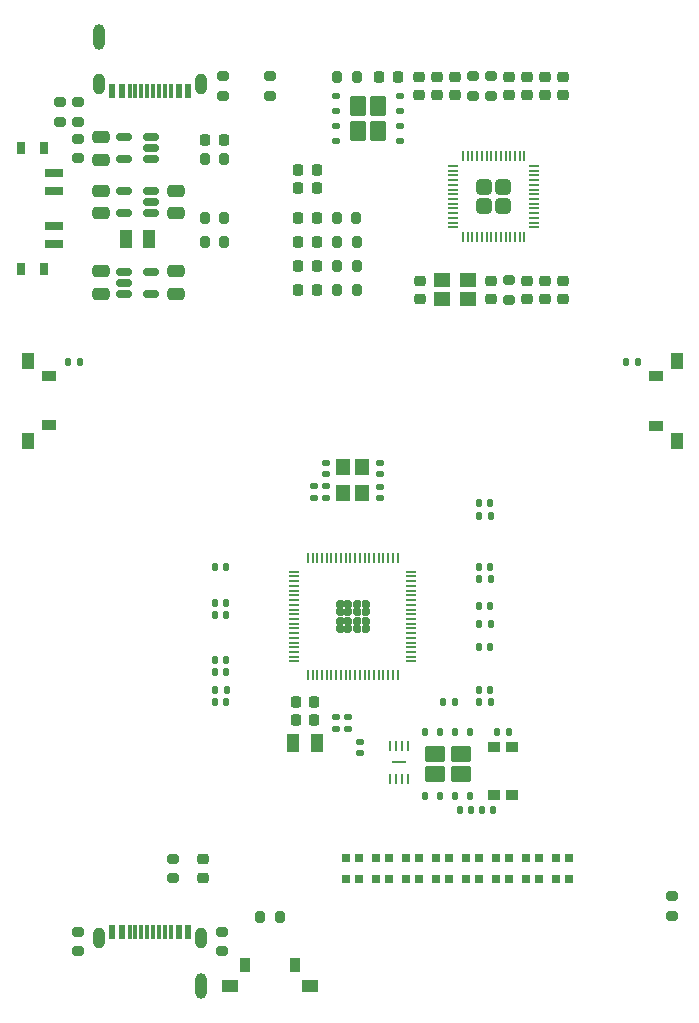
<source format=gbr>
G04 #@! TF.GenerationSoftware,KiCad,Pcbnew,8.0.8-8.0.8-0~ubuntu22.04.1*
G04 #@! TF.CreationDate,2025-02-13T21:07:11+01:00*
G04 #@! TF.ProjectId,rp2350b-launchpad-PCB,72703233-3530-4622-9d6c-61756e636870,rev?*
G04 #@! TF.SameCoordinates,Original*
G04 #@! TF.FileFunction,Paste,Top*
G04 #@! TF.FilePolarity,Positive*
%FSLAX46Y46*%
G04 Gerber Fmt 4.6, Leading zero omitted, Abs format (unit mm)*
G04 Created by KiCad (PCBNEW 8.0.8-8.0.8-0~ubuntu22.04.1) date 2025-02-13 21:07:11*
%MOMM*%
%LPD*%
G01*
G04 APERTURE LIST*
G04 Aperture macros list*
%AMRoundRect*
0 Rectangle with rounded corners*
0 $1 Rounding radius*
0 $2 $3 $4 $5 $6 $7 $8 $9 X,Y pos of 4 corners*
0 Add a 4 corners polygon primitive as box body*
4,1,4,$2,$3,$4,$5,$6,$7,$8,$9,$2,$3,0*
0 Add four circle primitives for the rounded corners*
1,1,$1+$1,$2,$3*
1,1,$1+$1,$4,$5*
1,1,$1+$1,$6,$7*
1,1,$1+$1,$8,$9*
0 Add four rect primitives between the rounded corners*
20,1,$1+$1,$2,$3,$4,$5,0*
20,1,$1+$1,$4,$5,$6,$7,0*
20,1,$1+$1,$6,$7,$8,$9,0*
20,1,$1+$1,$8,$9,$2,$3,0*%
%AMFreePoly0*
4,1,19,0.252748,0.308718,0.308718,0.252748,0.329204,0.176292,0.329204,-0.176292,0.308718,-0.252748,0.252748,-0.308718,0.176292,-0.329204,-0.176292,-0.329204,-0.252748,-0.308718,-0.308718,-0.252748,-0.329204,-0.176292,-0.329204,0.049616,-0.308718,0.126072,-0.284417,0.157741,-0.157741,0.284417,-0.089193,0.323994,-0.049616,0.329204,0.176292,0.329204,0.252748,0.308718,0.252748,0.308718,
$1*%
%AMFreePoly1*
4,1,19,0.252748,0.308718,0.308718,0.252748,0.329204,0.176292,0.329204,-0.176292,0.308718,-0.252748,0.252748,-0.308718,0.176292,-0.329204,-0.049616,-0.329204,-0.126072,-0.308718,-0.157741,-0.284417,-0.284417,-0.157741,-0.323994,-0.089193,-0.329204,-0.049616,-0.329204,0.176292,-0.308718,0.252748,-0.252748,0.308718,-0.176292,0.329204,0.176292,0.329204,0.252748,0.308718,0.252748,0.308718,
$1*%
%AMFreePoly2*
4,1,19,0.126072,0.308718,0.157741,0.284417,0.284417,0.157741,0.323994,0.089193,0.329204,0.049616,0.329204,-0.176292,0.308718,-0.252748,0.252748,-0.308718,0.176292,-0.329204,-0.176292,-0.329204,-0.252748,-0.308718,-0.308718,-0.252748,-0.329204,-0.176292,-0.329204,0.176292,-0.308718,0.252748,-0.252748,0.308718,-0.176292,0.329204,0.049616,0.329204,0.126072,0.308718,0.126072,0.308718,
$1*%
%AMFreePoly3*
4,1,19,0.252748,0.308718,0.308718,0.252748,0.329204,0.176292,0.329204,-0.049616,0.308718,-0.126072,0.284417,-0.157741,0.157741,-0.284417,0.089193,-0.323994,0.049616,-0.329204,-0.176292,-0.329204,-0.252748,-0.308718,-0.308718,-0.252748,-0.329204,-0.176292,-0.329204,0.176292,-0.308718,0.252748,-0.252748,0.308718,-0.176292,0.329204,0.176292,0.329204,0.252748,0.308718,0.252748,0.308718,
$1*%
G04 Aperture macros list end*
%ADD10RoundRect,0.140000X0.140000X0.170000X-0.140000X0.170000X-0.140000X-0.170000X0.140000X-0.170000X0*%
%ADD11RoundRect,0.250000X0.475000X-0.250000X0.475000X0.250000X-0.475000X0.250000X-0.475000X-0.250000X0*%
%ADD12RoundRect,0.225000X0.250000X-0.225000X0.250000X0.225000X-0.250000X0.225000X-0.250000X-0.225000X0*%
%ADD13RoundRect,0.225000X-0.250000X0.225000X-0.250000X-0.225000X0.250000X-0.225000X0.250000X0.225000X0*%
%ADD14RoundRect,0.225000X0.225000X0.250000X-0.225000X0.250000X-0.225000X-0.250000X0.225000X-0.250000X0*%
%ADD15RoundRect,0.218750X0.218750X0.256250X-0.218750X0.256250X-0.218750X-0.256250X0.218750X-0.256250X0*%
%ADD16RoundRect,0.218750X-0.218750X-0.256250X0.218750X-0.256250X0.218750X0.256250X-0.218750X0.256250X0*%
%ADD17R,1.000000X1.600000*%
%ADD18RoundRect,0.135000X-0.135000X-0.185000X0.135000X-0.185000X0.135000X0.185000X-0.135000X0.185000X0*%
%ADD19RoundRect,0.200000X0.200000X0.275000X-0.200000X0.275000X-0.200000X-0.275000X0.200000X-0.275000X0*%
%ADD20RoundRect,0.200000X-0.200000X-0.275000X0.200000X-0.275000X0.200000X0.275000X-0.200000X0.275000X0*%
%ADD21RoundRect,0.200000X-0.275000X0.200000X-0.275000X-0.200000X0.275000X-0.200000X0.275000X0.200000X0*%
%ADD22RoundRect,0.200000X0.275000X-0.200000X0.275000X0.200000X-0.275000X0.200000X-0.275000X-0.200000X0*%
%ADD23R,0.900000X1.300000*%
%ADD24R,1.450000X1.000000*%
%ADD25RoundRect,0.150000X0.512500X0.150000X-0.512500X0.150000X-0.512500X-0.150000X0.512500X-0.150000X0*%
%ADD26R,1.400000X1.200000*%
%ADD27RoundRect,0.250000X-0.435000X-0.615000X0.435000X-0.615000X0.435000X0.615000X-0.435000X0.615000X0*%
%ADD28RoundRect,0.125000X-0.250000X-0.125000X0.250000X-0.125000X0.250000X0.125000X-0.250000X0.125000X0*%
%ADD29RoundRect,0.249999X-0.395001X-0.395001X0.395001X-0.395001X0.395001X0.395001X-0.395001X0.395001X0*%
%ADD30RoundRect,0.050000X-0.387500X-0.050000X0.387500X-0.050000X0.387500X0.050000X-0.387500X0.050000X0*%
%ADD31RoundRect,0.050000X-0.050000X-0.387500X0.050000X-0.387500X0.050000X0.387500X-0.050000X0.387500X0*%
%ADD32RoundRect,0.225000X-0.225000X-0.250000X0.225000X-0.250000X0.225000X0.250000X-0.225000X0.250000X0*%
%ADD33RoundRect,0.150000X-0.512500X-0.150000X0.512500X-0.150000X0.512500X0.150000X-0.512500X0.150000X0*%
%ADD34R,0.700000X0.700000*%
%ADD35R,1.000000X0.900000*%
%ADD36R,1.500000X0.700000*%
%ADD37R,0.800000X1.000000*%
%ADD38RoundRect,0.140000X-0.140000X-0.170000X0.140000X-0.170000X0.140000X0.170000X-0.140000X0.170000X0*%
%ADD39RoundRect,0.040000X-0.605000X0.040000X-0.605000X-0.040000X0.605000X-0.040000X0.605000X0.040000X0*%
%ADD40RoundRect,0.062500X-0.062500X0.387500X-0.062500X-0.387500X0.062500X-0.387500X0.062500X0.387500X0*%
%ADD41RoundRect,0.135000X-0.185000X0.135000X-0.185000X-0.135000X0.185000X-0.135000X0.185000X0.135000X0*%
%ADD42RoundRect,0.140000X0.170000X-0.140000X0.170000X0.140000X-0.170000X0.140000X-0.170000X-0.140000X0*%
%ADD43RoundRect,0.140000X-0.170000X0.140000X-0.170000X-0.140000X0.170000X-0.140000X0.170000X0.140000X0*%
%ADD44R,0.600000X1.150000*%
%ADD45R,0.300000X1.150000*%
%ADD46O,1.000000X1.800000*%
%ADD47O,1.000000X2.200000*%
%ADD48R,1.300000X0.900000*%
%ADD49R,1.000000X1.450000*%
%ADD50RoundRect,0.135000X0.135000X0.185000X-0.135000X0.185000X-0.135000X-0.185000X0.135000X-0.185000X0*%
%ADD51RoundRect,0.218750X-0.256250X0.218750X-0.256250X-0.218750X0.256250X-0.218750X0.256250X0.218750X0*%
%ADD52RoundRect,0.250000X-0.615000X0.435000X-0.615000X-0.435000X0.615000X-0.435000X0.615000X0.435000X0*%
%ADD53RoundRect,0.125000X-0.125000X0.250000X-0.125000X-0.250000X0.125000X-0.250000X0.125000X0.250000X0*%
%ADD54R,1.200000X1.400000*%
%ADD55FreePoly0,180.000000*%
%ADD56FreePoly1,180.000000*%
%ADD57FreePoly2,180.000000*%
%ADD58FreePoly3,180.000000*%
%ADD59RoundRect,0.050000X0.350000X0.050000X-0.350000X0.050000X-0.350000X-0.050000X0.350000X-0.050000X0*%
%ADD60RoundRect,0.050000X0.050000X0.350000X-0.050000X0.350000X-0.050000X-0.350000X0.050000X-0.350000X0*%
G04 APERTURE END LIST*
D10*
X149729000Y-134493000D03*
X148769000Y-134493000D03*
D11*
X118364000Y-79436000D03*
X118364000Y-77536000D03*
X124714000Y-83959500D03*
X124714000Y-82059500D03*
X118364000Y-90787500D03*
X118364000Y-88887500D03*
X124714000Y-90787500D03*
X124714000Y-88887500D03*
D12*
X145415000Y-91224500D03*
X145415000Y-89674500D03*
X151384000Y-91224500D03*
X151384000Y-89674500D03*
D13*
X157480000Y-89674500D03*
X157480000Y-91224500D03*
D12*
X145288000Y-73952500D03*
X145288000Y-72402500D03*
X154432000Y-73952500D03*
X154432000Y-72402500D03*
X155956000Y-73952500D03*
X155956000Y-72402500D03*
D14*
X136639500Y-80264000D03*
X135089500Y-80264000D03*
D13*
X154432000Y-89674500D03*
X154432000Y-91224500D03*
D12*
X157480000Y-73952500D03*
X157480000Y-72402500D03*
D15*
X128778000Y-77724000D03*
X127203000Y-77724000D03*
D16*
X135077000Y-90424000D03*
X136652000Y-90424000D03*
X135077000Y-84328000D03*
X136652000Y-84328000D03*
X135077000Y-86360000D03*
X136652000Y-86360000D03*
X135077000Y-88392000D03*
X136652000Y-88392000D03*
D17*
X122480000Y-86106000D03*
X120480000Y-86106000D03*
D18*
X151916000Y-127889000D03*
X152936000Y-127889000D03*
X150366000Y-125349000D03*
X151386000Y-125349000D03*
D19*
X128815500Y-79375000D03*
X127165500Y-79375000D03*
D20*
X127165500Y-84328000D03*
X128815500Y-84328000D03*
D19*
X128815500Y-86360000D03*
X127165500Y-86360000D03*
X140042500Y-90424000D03*
X138392500Y-90424000D03*
D21*
X132715000Y-72352500D03*
X132715000Y-74002500D03*
D22*
X151384000Y-74002500D03*
X151384000Y-72352500D03*
X149860000Y-74002500D03*
X149860000Y-72352500D03*
X152908000Y-91274500D03*
X152908000Y-89624500D03*
D19*
X140042500Y-72390000D03*
X138392500Y-72390000D03*
X140042500Y-86360000D03*
X138392500Y-86360000D03*
X140042500Y-88392000D03*
X138392500Y-88392000D03*
D23*
X134822000Y-147594000D03*
X130622000Y-147594000D03*
D24*
X129347000Y-149394000D03*
X136097000Y-149394000D03*
D25*
X122633500Y-83947000D03*
X122633500Y-82997000D03*
X122633500Y-82047000D03*
X120358500Y-82047000D03*
X120358500Y-83947000D03*
D26*
X147279000Y-91248500D03*
X149479000Y-91248500D03*
X149479000Y-89648500D03*
X147279000Y-89648500D03*
D27*
X140120000Y-74871000D03*
X140120000Y-77021000D03*
X141820000Y-74871000D03*
X141820000Y-77021000D03*
D28*
X138270000Y-74041000D03*
X138270000Y-75311000D03*
X138270000Y-76581000D03*
X138270000Y-77851000D03*
X143670000Y-77851000D03*
X143670000Y-76581000D03*
X143670000Y-75311000D03*
X143670000Y-74041000D03*
D29*
X150838000Y-81750000D03*
X150838000Y-83350000D03*
X152438000Y-81750000D03*
X152438000Y-83350000D03*
D30*
X148200500Y-79950000D03*
X148200500Y-80350000D03*
X148200500Y-80750000D03*
X148200500Y-81150000D03*
X148200500Y-81550000D03*
X148200500Y-81950000D03*
X148200500Y-82350000D03*
X148200500Y-82750000D03*
X148200500Y-83150000D03*
X148200500Y-83550000D03*
X148200500Y-83950000D03*
X148200500Y-84350000D03*
X148200500Y-84750000D03*
X148200500Y-85150000D03*
D31*
X149038000Y-85987500D03*
X149438000Y-85987500D03*
X149838000Y-85987500D03*
X150238000Y-85987500D03*
X150638000Y-85987500D03*
X151038000Y-85987500D03*
X151438000Y-85987500D03*
X151838000Y-85987500D03*
X152238000Y-85987500D03*
X152638000Y-85987500D03*
X153038000Y-85987500D03*
X153438000Y-85987500D03*
X153838000Y-85987500D03*
X154238000Y-85987500D03*
D30*
X155075500Y-85150000D03*
X155075500Y-84750000D03*
X155075500Y-84350000D03*
X155075500Y-83950000D03*
X155075500Y-83550000D03*
X155075500Y-83150000D03*
X155075500Y-82750000D03*
X155075500Y-82350000D03*
X155075500Y-81950000D03*
X155075500Y-81550000D03*
X155075500Y-81150000D03*
X155075500Y-80750000D03*
X155075500Y-80350000D03*
X155075500Y-79950000D03*
D31*
X154238000Y-79112500D03*
X153838000Y-79112500D03*
X153438000Y-79112500D03*
X153038000Y-79112500D03*
X152638000Y-79112500D03*
X152238000Y-79112500D03*
X151838000Y-79112500D03*
X151438000Y-79112500D03*
X151038000Y-79112500D03*
X150638000Y-79112500D03*
X150238000Y-79112500D03*
X149838000Y-79112500D03*
X149438000Y-79112500D03*
X149038000Y-79112500D03*
D12*
X152908000Y-73952500D03*
X152908000Y-72402500D03*
X148336000Y-73952500D03*
X148336000Y-72402500D03*
X146812000Y-73952500D03*
X146812000Y-72402500D03*
D13*
X155956000Y-89674500D03*
X155956000Y-91224500D03*
D14*
X136639500Y-81788000D03*
X135089500Y-81788000D03*
D32*
X141947500Y-72390000D03*
X143497500Y-72390000D03*
D33*
X120358500Y-88900000D03*
X120358500Y-89850000D03*
X120358500Y-90800000D03*
X122633500Y-90800000D03*
X122633500Y-88900000D03*
D25*
X122633500Y-79370000D03*
X122633500Y-78420000D03*
X122633500Y-77470000D03*
X120358500Y-77470000D03*
X120358500Y-79370000D03*
D22*
X116459000Y-79311000D03*
X116459000Y-77661000D03*
D34*
X142790000Y-138526000D03*
X141690000Y-138526000D03*
X141690000Y-140356000D03*
X142790000Y-140356000D03*
X145330000Y-138526000D03*
X144230000Y-138526000D03*
X144230000Y-140356000D03*
X145330000Y-140356000D03*
X147870000Y-138526000D03*
X146770000Y-138526000D03*
X146770000Y-140356000D03*
X147870000Y-140356000D03*
X150410000Y-138526000D03*
X149310000Y-138526000D03*
X149310000Y-140356000D03*
X150410000Y-140356000D03*
X152950000Y-138526000D03*
X151850000Y-138526000D03*
X151850000Y-140356000D03*
X152950000Y-140356000D03*
X155490000Y-138526000D03*
X154390000Y-138526000D03*
X154390000Y-140356000D03*
X155490000Y-140356000D03*
X158030000Y-138526000D03*
X156930000Y-138526000D03*
X156930000Y-140356000D03*
X158030000Y-140356000D03*
X140250000Y-138526000D03*
X139150000Y-138526000D03*
X139150000Y-140356000D03*
X140250000Y-140356000D03*
D35*
X153224000Y-129141000D03*
X153224000Y-133241000D03*
X151624000Y-129141000D03*
X151624000Y-133241000D03*
D11*
X118364000Y-83959500D03*
X118364000Y-82059500D03*
D36*
X114399000Y-80566000D03*
X114399000Y-82066000D03*
X114399000Y-85066000D03*
X114399000Y-86566000D03*
D37*
X113599000Y-78416000D03*
X111649000Y-78416000D03*
X113599000Y-88716000D03*
X111649000Y-88716000D03*
D32*
X134861000Y-125349000D03*
X136411000Y-125349000D03*
D38*
X150650000Y-134493000D03*
X151610000Y-134493000D03*
X150368000Y-120650000D03*
X151328000Y-120650000D03*
D21*
X166751000Y-141796000D03*
X166751000Y-143446000D03*
X116459000Y-74549000D03*
X116459000Y-76199000D03*
X116459000Y-144780000D03*
X116459000Y-146430000D03*
D20*
X131890000Y-143510000D03*
X133540000Y-143510000D03*
D10*
X128976000Y-113919000D03*
X128016000Y-113919000D03*
D39*
X143649000Y-130457000D03*
D40*
X144399000Y-129032000D03*
X143899000Y-129032000D03*
X143399000Y-129032000D03*
X142899000Y-129032000D03*
X142899000Y-131882000D03*
X143399000Y-131882000D03*
X143899000Y-131882000D03*
X144399000Y-131882000D03*
D10*
X128976000Y-121793000D03*
X128016000Y-121793000D03*
D32*
X134861000Y-126873000D03*
X136411000Y-126873000D03*
D18*
X150366000Y-109601000D03*
X151386000Y-109601000D03*
D41*
X138303000Y-126615000D03*
X138303000Y-127635000D03*
D17*
X136652000Y-128778000D03*
X134652000Y-128778000D03*
D21*
X114935000Y-74550000D03*
X114935000Y-76200000D03*
D19*
X140017000Y-84328000D03*
X138367000Y-84328000D03*
D42*
X136398000Y-108049000D03*
X136398000Y-107089000D03*
D38*
X150368000Y-117221000D03*
X151328000Y-117221000D03*
D43*
X137414000Y-105085000D03*
X137414000Y-106045000D03*
X140335000Y-128707000D03*
X140335000Y-129667000D03*
D44*
X119355000Y-144780000D03*
X120155000Y-144780000D03*
D45*
X120805000Y-144780000D03*
X121305000Y-144780000D03*
X121805000Y-144780000D03*
X122305000Y-144780000D03*
X122805000Y-144780000D03*
X123305000Y-144780000D03*
X123805000Y-144780000D03*
X124305000Y-144780000D03*
D44*
X124955000Y-144780000D03*
X125755000Y-144780000D03*
D46*
X118235000Y-145355000D03*
X126875000Y-145355000D03*
D47*
X126875000Y-149355000D03*
D18*
X162812000Y-96520000D03*
X163832000Y-96520000D03*
D21*
X124460000Y-138621000D03*
X124460000Y-140271000D03*
D41*
X137414000Y-107087000D03*
X137414000Y-108107000D03*
D10*
X129004000Y-116967000D03*
X128044000Y-116967000D03*
D18*
X150368000Y-114935000D03*
X151388000Y-114935000D03*
D41*
X139319000Y-126617000D03*
X139319000Y-127637000D03*
D38*
X150368000Y-108458000D03*
X151328000Y-108458000D03*
D10*
X129000000Y-125349000D03*
X128040000Y-125349000D03*
D22*
X128651000Y-146430000D03*
X128651000Y-144780000D03*
D18*
X150366000Y-118745000D03*
X151386000Y-118745000D03*
D48*
X114026000Y-101929000D03*
X114026000Y-97729000D03*
D49*
X112226000Y-96454000D03*
X112226000Y-103204000D03*
D43*
X141986000Y-105085000D03*
X141986000Y-106045000D03*
D22*
X128740000Y-74030000D03*
X128740000Y-72380000D03*
D50*
X129032000Y-124333000D03*
X128012000Y-124333000D03*
D48*
X165340000Y-97780000D03*
X165340000Y-101980000D03*
D49*
X167140000Y-103255000D03*
X167140000Y-96505000D03*
D51*
X127000000Y-138658500D03*
X127000000Y-140233500D03*
D10*
X129004000Y-117983000D03*
X128044000Y-117983000D03*
D42*
X141986000Y-108077000D03*
X141986000Y-107117000D03*
D52*
X148844000Y-129745000D03*
X146694000Y-129745000D03*
X148844000Y-131445000D03*
X146694000Y-131445000D03*
D53*
X149674000Y-127895000D03*
X148404000Y-127895000D03*
X147134000Y-127895000D03*
X145864000Y-127895000D03*
X145864000Y-133295000D03*
X147134000Y-133295000D03*
X148404000Y-133295000D03*
X149674000Y-133295000D03*
D38*
X150368000Y-113919000D03*
X151328000Y-113919000D03*
D50*
X116590000Y-96520000D03*
X115570000Y-96520000D03*
D38*
X150396000Y-124333000D03*
X151356000Y-124333000D03*
D44*
X125757000Y-73589000D03*
X124957000Y-73589000D03*
D45*
X124307000Y-73589000D03*
X123807000Y-73589000D03*
X123307000Y-73589000D03*
X122807000Y-73589000D03*
X122307000Y-73589000D03*
X121807000Y-73589000D03*
X121307000Y-73589000D03*
X120807000Y-73589000D03*
D44*
X120157000Y-73589000D03*
X119357000Y-73589000D03*
D46*
X126877000Y-73014000D03*
X118237000Y-73014000D03*
D47*
X118237000Y-69014000D03*
D50*
X148340000Y-125349000D03*
X147320000Y-125349000D03*
D54*
X140500000Y-107681000D03*
X140500000Y-105481000D03*
X138900000Y-105481000D03*
X138900000Y-107681000D03*
D10*
X129004000Y-122809000D03*
X128044000Y-122809000D03*
D55*
X140787500Y-119197500D03*
D56*
X140787500Y-118472500D03*
D55*
X140787500Y-117747500D03*
D56*
X140787500Y-117022500D03*
D57*
X140062500Y-119197500D03*
D58*
X140062500Y-118472500D03*
D57*
X140062500Y-117747500D03*
D58*
X140062500Y-117022500D03*
D55*
X139337500Y-119197500D03*
D56*
X139337500Y-118472500D03*
D55*
X139337500Y-117747500D03*
D56*
X139337500Y-117022500D03*
D57*
X138612500Y-119197500D03*
D58*
X138612500Y-118472500D03*
D57*
X138612500Y-117747500D03*
D58*
X138612500Y-117022500D03*
D59*
X144650000Y-121910000D03*
X144650000Y-121510000D03*
X144650000Y-121110000D03*
X144650000Y-120710000D03*
X144650000Y-120310000D03*
X144650000Y-119910000D03*
X144650000Y-119510000D03*
X144650000Y-119110000D03*
X144650000Y-118710000D03*
X144650000Y-118310000D03*
X144650000Y-117910000D03*
X144650000Y-117510000D03*
X144650000Y-117110000D03*
X144650000Y-116710000D03*
X144650000Y-116310000D03*
X144650000Y-115910000D03*
X144650000Y-115510000D03*
X144650000Y-115110000D03*
X144650000Y-114710000D03*
X144650000Y-114310000D03*
D60*
X143500000Y-113160000D03*
X143100000Y-113160000D03*
X142700000Y-113160000D03*
X142300000Y-113160000D03*
X141900000Y-113160000D03*
X141500000Y-113160000D03*
X141100000Y-113160000D03*
X140700000Y-113160000D03*
X140300000Y-113160000D03*
X139900000Y-113160000D03*
X139500000Y-113160000D03*
X139100000Y-113160000D03*
X138700000Y-113160000D03*
X138300000Y-113160000D03*
X137900000Y-113160000D03*
X137500000Y-113160000D03*
X137100000Y-113160000D03*
X136700000Y-113160000D03*
X136300000Y-113160000D03*
X135900000Y-113160000D03*
D59*
X134750000Y-114310000D03*
X134750000Y-114710000D03*
X134750000Y-115110000D03*
X134750000Y-115510000D03*
X134750000Y-115910000D03*
X134750000Y-116310000D03*
X134750000Y-116710000D03*
X134750000Y-117110000D03*
X134750000Y-117510000D03*
X134750000Y-117910000D03*
X134750000Y-118310000D03*
X134750000Y-118710000D03*
X134750000Y-119110000D03*
X134750000Y-119510000D03*
X134750000Y-119910000D03*
X134750000Y-120310000D03*
X134750000Y-120710000D03*
X134750000Y-121110000D03*
X134750000Y-121510000D03*
X134750000Y-121910000D03*
D60*
X135900000Y-123060000D03*
X136300000Y-123060000D03*
X136700000Y-123060000D03*
X137100000Y-123060000D03*
X137500000Y-123060000D03*
X137900000Y-123060000D03*
X138300000Y-123060000D03*
X138700000Y-123060000D03*
X139100000Y-123060000D03*
X139500000Y-123060000D03*
X139900000Y-123060000D03*
X140300000Y-123060000D03*
X140700000Y-123060000D03*
X141100000Y-123060000D03*
X141500000Y-123060000D03*
X141900000Y-123060000D03*
X142300000Y-123060000D03*
X142700000Y-123060000D03*
X143100000Y-123060000D03*
X143500000Y-123060000D03*
M02*

</source>
